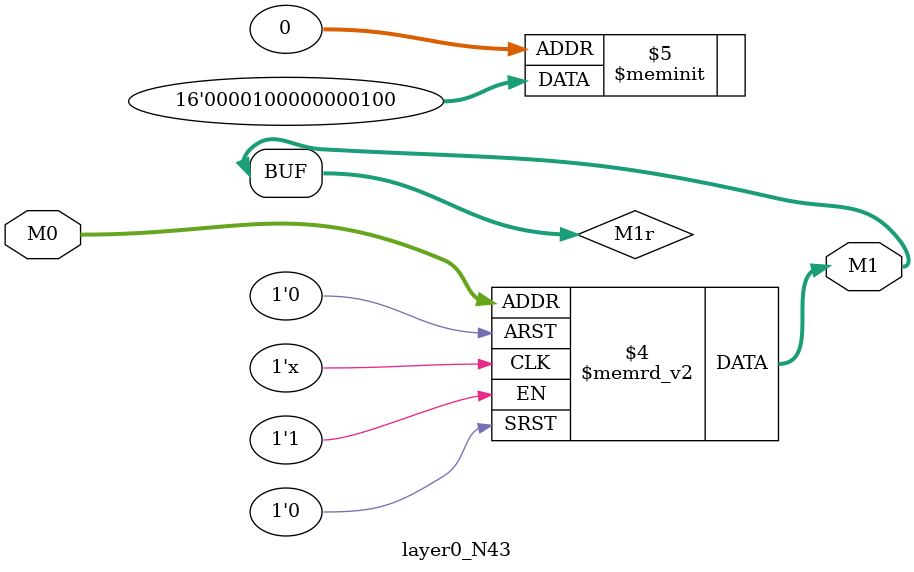
<source format=v>
module layer0_N43 ( input [2:0] M0, output [1:0] M1 );

	(*rom_style = "distributed" *) reg [1:0] M1r;
	assign M1 = M1r;
	always @ (M0) begin
		case (M0)
			3'b000: M1r = 2'b00;
			3'b100: M1r = 2'b00;
			3'b010: M1r = 2'b00;
			3'b110: M1r = 2'b00;
			3'b001: M1r = 2'b01;
			3'b101: M1r = 2'b10;
			3'b011: M1r = 2'b00;
			3'b111: M1r = 2'b00;

		endcase
	end
endmodule

</source>
